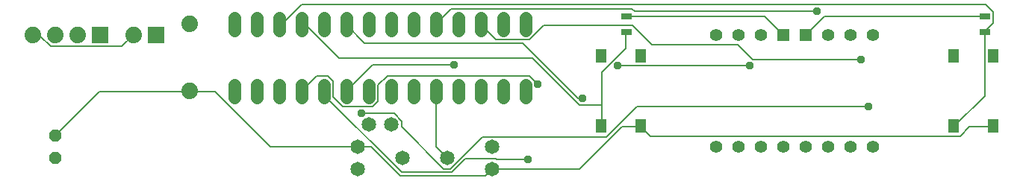
<source format=gbl>
G75*
%MOIN*%
%OFA0B0*%
%FSLAX25Y25*%
%IPPOS*%
%LPD*%
%AMOC8*
5,1,8,0,0,1.08239X$1,22.5*
%
%ADD10C,0.06500*%
%ADD11R,0.07400X0.07400*%
%ADD12C,0.07400*%
%ADD13C,0.05600*%
%ADD14OC8,0.05600*%
%ADD15C,0.05550*%
%ADD16R,0.05550X0.05550*%
%ADD17R,0.05118X0.06102*%
%ADD18R,0.04724X0.03150*%
%ADD19C,0.00700*%
%ADD20OC8,0.03500*%
D10*
X0156000Y0013500D03*
X0176000Y0018500D03*
X0196000Y0018500D03*
X0216000Y0013500D03*
X0216000Y0023500D03*
X0171000Y0033500D03*
X0161000Y0033500D03*
X0156000Y0023500D03*
D11*
X0066000Y0073500D03*
X0041000Y0073500D03*
D12*
X0031000Y0073500D03*
X0021000Y0073500D03*
X0011000Y0073500D03*
X0056000Y0073500D03*
X0081000Y0078500D03*
X0081000Y0048500D03*
D13*
X0101000Y0045700D02*
X0101000Y0051300D01*
X0111000Y0051300D02*
X0111000Y0045700D01*
X0121000Y0045700D02*
X0121000Y0051300D01*
X0131000Y0051300D02*
X0131000Y0045700D01*
X0141000Y0045700D02*
X0141000Y0051300D01*
X0151000Y0051300D02*
X0151000Y0045700D01*
X0161000Y0045700D02*
X0161000Y0051300D01*
X0171000Y0051300D02*
X0171000Y0045700D01*
X0181000Y0045700D02*
X0181000Y0051300D01*
X0191000Y0051300D02*
X0191000Y0045700D01*
X0201000Y0045700D02*
X0201000Y0051300D01*
X0211000Y0051300D02*
X0211000Y0045700D01*
X0221000Y0045700D02*
X0221000Y0051300D01*
X0231000Y0051300D02*
X0231000Y0045700D01*
X0231000Y0075700D02*
X0231000Y0081300D01*
X0221000Y0081300D02*
X0221000Y0075700D01*
X0211000Y0075700D02*
X0211000Y0081300D01*
X0201000Y0081300D02*
X0201000Y0075700D01*
X0191000Y0075700D02*
X0191000Y0081300D01*
X0181000Y0081300D02*
X0181000Y0075700D01*
X0171000Y0075700D02*
X0171000Y0081300D01*
X0161000Y0081300D02*
X0161000Y0075700D01*
X0151000Y0075700D02*
X0151000Y0081300D01*
X0141000Y0081300D02*
X0141000Y0075700D01*
X0131000Y0075700D02*
X0131000Y0081300D01*
X0121000Y0081300D02*
X0121000Y0075700D01*
X0111000Y0075700D02*
X0111000Y0081300D01*
X0101000Y0081300D02*
X0101000Y0075700D01*
D14*
X0021000Y0018500D03*
X0021000Y0028500D03*
D15*
X0316000Y0023500D03*
X0326000Y0023500D03*
X0336000Y0023500D03*
X0346000Y0023500D03*
X0356000Y0023500D03*
X0366000Y0023500D03*
X0376000Y0023500D03*
X0386000Y0023500D03*
X0386000Y0073500D03*
X0376000Y0073500D03*
X0366000Y0073500D03*
X0336000Y0073500D03*
X0326000Y0073500D03*
X0316000Y0073500D03*
D16*
X0346000Y0073500D03*
X0356000Y0073500D03*
D17*
X0422142Y0064150D03*
X0439858Y0064150D03*
X0282358Y0064150D03*
X0264642Y0064150D03*
X0264642Y0032850D03*
X0282358Y0032850D03*
X0422142Y0032850D03*
X0439858Y0032850D03*
D18*
X0436000Y0074957D03*
X0436000Y0082043D03*
X0276000Y0082043D03*
X0276000Y0074957D03*
D19*
X0275875Y0074875D01*
X0275875Y0067750D01*
X0265000Y0056875D01*
X0265000Y0042250D01*
X0255250Y0042250D01*
X0234250Y0063250D01*
X0147625Y0063250D01*
X0132625Y0078250D01*
X0131125Y0078250D01*
X0131000Y0078500D01*
X0122500Y0078625D02*
X0131125Y0087250D01*
X0436375Y0087250D01*
X0439750Y0083875D01*
X0439750Y0079000D01*
X0436000Y0075250D01*
X0436000Y0074957D01*
X0436000Y0046375D01*
X0422500Y0032875D01*
X0422142Y0032850D01*
X0425125Y0028375D02*
X0429250Y0032500D01*
X0439750Y0032500D01*
X0439858Y0032850D01*
X0425125Y0028375D02*
X0286750Y0028375D01*
X0282625Y0032500D01*
X0282358Y0032850D01*
X0282250Y0032500D01*
X0274000Y0032500D01*
X0255250Y0013750D01*
X0216250Y0013750D01*
X0216000Y0013500D01*
X0213250Y0010750D01*
X0175000Y0010750D01*
X0162250Y0023500D01*
X0156000Y0023500D01*
X0117250Y0023500D01*
X0092500Y0048250D01*
X0081250Y0048250D01*
X0081000Y0048500D01*
X0080875Y0048250D01*
X0040750Y0048250D01*
X0021000Y0028500D01*
X0131000Y0048500D02*
X0137875Y0055375D01*
X0142750Y0055375D01*
X0145000Y0053125D01*
X0145000Y0046000D01*
X0149500Y0041500D01*
X0162625Y0041500D01*
X0165250Y0044125D01*
X0165250Y0051250D01*
X0169375Y0055375D01*
X0232750Y0055375D01*
X0236500Y0051625D01*
X0254500Y0045250D02*
X0229750Y0070000D01*
X0159250Y0070000D01*
X0151000Y0078250D01*
X0151000Y0078500D01*
X0122500Y0078625D02*
X0121000Y0078625D01*
X0121000Y0078500D01*
X0056000Y0073500D02*
X0055750Y0073375D01*
X0050875Y0068500D01*
X0019000Y0068500D01*
X0014125Y0073375D01*
X0011125Y0073375D01*
X0011000Y0073500D01*
X0141000Y0048500D02*
X0141250Y0048250D01*
X0141250Y0046750D01*
X0175750Y0012250D01*
X0198250Y0012250D01*
X0204250Y0018250D01*
X0217750Y0018250D01*
X0218125Y0017875D01*
X0232000Y0017875D01*
X0211750Y0028000D02*
X0197500Y0013750D01*
X0194500Y0013750D01*
X0175750Y0032500D01*
X0175750Y0035125D01*
X0172375Y0038500D01*
X0157750Y0038500D01*
X0191000Y0048500D02*
X0191125Y0048250D01*
X0191125Y0023500D01*
X0196000Y0018625D01*
X0196000Y0018500D01*
X0211750Y0028000D02*
X0267250Y0028000D01*
X0280750Y0041500D01*
X0384250Y0041500D01*
X0331000Y0059875D02*
X0272125Y0059875D01*
X0287500Y0069250D02*
X0278875Y0077875D01*
X0239125Y0077875D01*
X0232750Y0071500D01*
X0217750Y0071500D01*
X0211000Y0078250D01*
X0211000Y0078500D01*
X0197875Y0085375D02*
X0191000Y0078500D01*
X0197875Y0085375D02*
X0278500Y0085375D01*
X0279625Y0084250D01*
X0361000Y0084250D01*
X0364375Y0082000D02*
X0356125Y0073750D01*
X0356000Y0073500D01*
X0346000Y0073500D02*
X0346000Y0073750D01*
X0337750Y0082000D01*
X0276250Y0082000D01*
X0276000Y0082043D01*
X0287500Y0069250D02*
X0325750Y0069250D01*
X0332500Y0062500D01*
X0380875Y0062500D01*
X0364375Y0082000D02*
X0436000Y0082000D01*
X0436000Y0082043D01*
X0256375Y0045250D02*
X0254500Y0045250D01*
X0265000Y0042250D02*
X0265000Y0032875D01*
X0264642Y0032850D01*
X0162625Y0060250D02*
X0151000Y0048625D01*
X0151000Y0048500D01*
X0162625Y0060250D02*
X0199000Y0060250D01*
D20*
X0199000Y0060250D03*
X0236500Y0051625D03*
X0256375Y0045250D03*
X0272125Y0059875D03*
X0331000Y0059875D03*
X0380875Y0062500D03*
X0384250Y0041500D03*
X0232000Y0017875D03*
X0157750Y0038500D03*
X0361000Y0084250D03*
M02*

</source>
